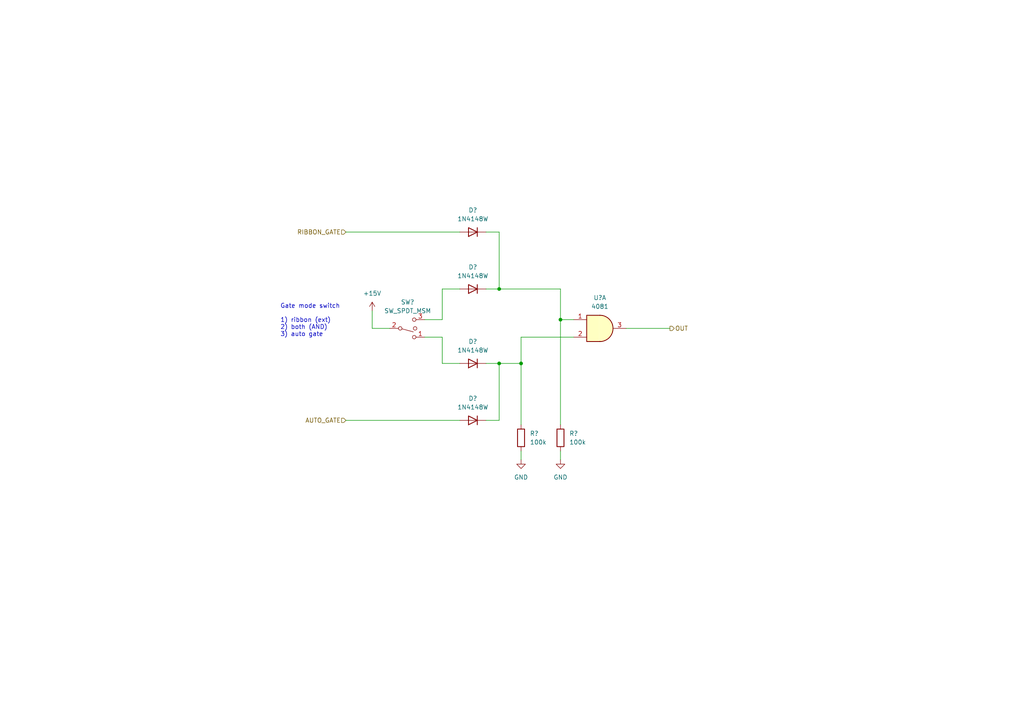
<source format=kicad_sch>
(kicad_sch (version 20211123) (generator eeschema)
  (paper "A4")
  (title_block (title "Josh Ox Ribbon Synth Ribbon board") (date "2022-06-16") (rev "0") (comment 1 "creativecommons.org/licences/by/4.0") (comment 2 "license: CC by 4.0") (comment 3 "Author: Jordan Aceto"))
  (lib_symbols
    (symbol "4xxx:4081" (pin_names (offset 1.016))
      (property "Reference" "U" (at 0 1.27 0))
      (property "Value" "4081" (at 0 -1.27 0))
      (symbol "4081_1_1"
        (arc (start 0 -3.81) (mid 3.81 0) (end 0 3.81) (stroke (width 0.254)) (fill (type background)))
        (polyline (pts (xy 0 3.81) (xy -3.81 3.81) (xy -3.81 -3.81) (xy 0 -3.81)) (stroke (width 0.254)) (fill (type background)))
        (pin input line (at -7.62 2.54 0) (length 3.81) (name "~") (number "1"))
        (pin input line (at -7.62 -2.54 0) (length 3.81) (name "~") (number "2"))
        (pin output line (at 7.62 0 180) (length 3.81) (name "~") (number "3"))
      )
      (symbol "4081_1_2"
        (arc (start -3.81 -3.81) (mid -2.589 0) (end -3.81 3.81) (stroke (width 0.254)))
        (arc (start -0.6096 -3.81) (mid 2.1842 -2.5851) (end 3.81 0) (stroke (width 0.254)) (fill (type background)))
        (polyline (pts (xy -3.81 -3.81) (xy -0.635 -3.81)) (stroke (width 0.254)) (fill (type background)))
        (polyline (pts (xy -3.81 3.81) (xy -0.635 3.81)) (stroke (width 0.254)) (fill (type background)))
        (polyline (pts (xy -0.635 3.81) (xy -3.81 3.81) (xy -3.81 3.81) (xy -3.556 3.4036) (xy -3.0226 2.2606) (xy -2.6924 1.0414) (xy -2.6162 -0.254) (xy -2.7686 -1.4986) (xy -3.175 -2.7178) (xy -3.81 -3.81) (xy -3.81 -3.81) (xy -0.635 -3.81)) (stroke (width -25.4)) (fill (type background)))
        (arc (start 3.81 0) (mid 2.1915 2.5936) (end -0.6096 3.81) (stroke (width 0.254)) (fill (type background)))
        (pin input inverted (at -7.62 2.54 0) (length 4.318) (name "~") (number "1"))
        (pin input inverted (at -7.62 -2.54 0) (length 4.318) (name "~") (number "2"))
        (pin output inverted (at 7.62 0 180) (length 3.81) (name "~") (number "3"))
      )
      (symbol "4081_2_1"
        (arc (start 0 -3.81) (mid 3.81 0) (end 0 3.81) (stroke (width 0.254)) (fill (type background)))
        (polyline (pts (xy 0 3.81) (xy -3.81 3.81) (xy -3.81 -3.81) (xy 0 -3.81)) (stroke (width 0.254)) (fill (type background)))
        (pin output line (at 7.62 0 180) (length 3.81) (name "~") (number "4"))
        (pin input line (at -7.62 2.54 0) (length 3.81) (name "~") (number "5"))
        (pin input line (at -7.62 -2.54 0) (length 3.81) (name "~") (number "6"))
      )
      (symbol "4081_2_2"
        (arc (start -3.81 -3.81) (mid -2.589 0) (end -3.81 3.81) (stroke (width 0.254)))
        (arc (start -0.6096 -3.81) (mid 2.1842 -2.5851) (end 3.81 0) (stroke (width 0.254)) (fill (type background)))
        (polyline (pts (xy -3.81 -3.81) (xy -0.635 -3.81)) (stroke (width 0.254)) (fill (type background)))
        (polyline (pts (xy -3.81 3.81) (xy -0.635 3.81)) (stroke (width 0.254)) (fill (type background)))
        (polyline (pts (xy -0.635 3.81) (xy -3.81 3.81) (xy -3.81 3.81) (xy -3.556 3.4036) (xy -3.0226 2.2606) (xy -2.6924 1.0414) (xy -2.6162 -0.254) (xy -2.7686 -1.4986) (xy -3.175 -2.7178) (xy -3.81 -3.81) (xy -3.81 -3.81) (xy -0.635 -3.81)) (stroke (width -25.4)) (fill (type background)))
        (arc (start 3.81 0) (mid 2.1915 2.5936) (end -0.6096 3.81) (stroke (width 0.254)) (fill (type background)))
        (pin output inverted (at 7.62 0 180) (length 3.81) (name "~") (number "4"))
        (pin input inverted (at -7.62 2.54 0) (length 4.318) (name "~") (number "5"))
        (pin input inverted (at -7.62 -2.54 0) (length 4.318) (name "~") (number "6"))
      )
      (symbol "4081_3_1"
        (arc (start 0 -3.81) (mid 3.81 0) (end 0 3.81) (stroke (width 0.254)) (fill (type background)))
        (polyline (pts (xy 0 3.81) (xy -3.81 3.81) (xy -3.81 -3.81) (xy 0 -3.81)) (stroke (width 0.254)) (fill (type background)))
        (pin output line (at 7.62 0 180) (length 3.81) (name "~") (number "10"))
        (pin input line (at -7.62 2.54 0) (length 3.81) (name "~") (number "8"))
        (pin input line (at -7.62 -2.54 0) (length 3.81) (name "~") (number "9"))
      )
      (symbol "4081_3_2"
        (arc (start -3.81 -3.81) (mid -2.589 0) (end -3.81 3.81) (stroke (width 0.254)))
        (arc (start -0.6096 -3.81) (mid 2.1842 -2.5851) (end 3.81 0) (stroke (width 0.254)) (fill (type background)))
        (polyline (pts (xy -3.81 -3.81) (xy -0.635 -3.81)) (stroke (width 0.254)) (fill (type background)))
        (polyline (pts (xy -3.81 3.81) (xy -0.635 3.81)) (stroke (width 0.254)) (fill (type background)))
        (polyline (pts (xy -0.635 3.81) (xy -3.81 3.81) (xy -3.81 3.81) (xy -3.556 3.4036) (xy -3.0226 2.2606) (xy -2.6924 1.0414) (xy -2.6162 -0.254) (xy -2.7686 -1.4986) (xy -3.175 -2.7178) (xy -3.81 -3.81) (xy -3.81 -3.81) (xy -0.635 -3.81)) (stroke (width -25.4)) (fill (type background)))
        (arc (start 3.81 0) (mid 2.1915 2.5936) (end -0.6096 3.81) (stroke (width 0.254)) (fill (type background)))
        (pin output inverted (at 7.62 0 180) (length 3.81) (name "~") (number "10"))
        (pin input inverted (at -7.62 2.54 0) (length 4.318) (name "~") (number "8"))
        (pin input inverted (at -7.62 -2.54 0) (length 4.318) (name "~") (number "9"))
      )
      (symbol "4081_4_1"
        (arc (start 0 -3.81) (mid 3.81 0) (end 0 3.81) (stroke (width 0.254)) (fill (type background)))
        (polyline (pts (xy 0 3.81) (xy -3.81 3.81) (xy -3.81 -3.81) (xy 0 -3.81)) (stroke (width 0.254)) (fill (type background)))
        (pin output line (at 7.62 0 180) (length 3.81) (name "~") (number "11"))
        (pin input line (at -7.62 2.54 0) (length 3.81) (name "~") (number "12"))
        (pin input line (at -7.62 -2.54 0) (length 3.81) (name "~") (number "13"))
      )
      (symbol "4081_4_2"
        (arc (start -3.81 -3.81) (mid -2.589 0) (end -3.81 3.81) (stroke (width 0.254)))
        (arc (start -0.6096 -3.81) (mid 2.1842 -2.5851) (end 3.81 0) (stroke (width 0.254)) (fill (type background)))
        (polyline (pts (xy -3.81 -3.81) (xy -0.635 -3.81)) (stroke (width 0.254)) (fill (type background)))
        (polyline (pts (xy -3.81 3.81) (xy -0.635 3.81)) (stroke (width 0.254)) (fill (type background)))
        (polyline (pts (xy -0.635 3.81) (xy -3.81 3.81) (xy -3.81 3.81) (xy -3.556 3.4036) (xy -3.0226 2.2606) (xy -2.6924 1.0414) (xy -2.6162 -0.254) (xy -2.7686 -1.4986) (xy -3.175 -2.7178) (xy -3.81 -3.81) (xy -3.81 -3.81) (xy -0.635 -3.81)) (stroke (width -25.4)) (fill (type background)))
        (arc (start 3.81 0) (mid 2.1915 2.5936) (end -0.6096 3.81) (stroke (width 0.254)) (fill (type background)))
        (pin output inverted (at 7.62 0 180) (length 3.81) (name "~") (number "11"))
        (pin input inverted (at -7.62 2.54 0) (length 4.318) (name "~") (number "12"))
        (pin input inverted (at -7.62 -2.54 0) (length 4.318) (name "~") (number "13"))
      )
      (symbol "4081_5_0"
        (pin power_in line (at 0 12.7 270) (length 5.08) (name "VDD") (number "14"))
        (pin power_in line (at 0 -12.7 90) (length 5.08) (name "VSS") (number "7"))
      )
      (symbol "4081_5_1"
        (rectangle (start -5.08 7.62) (end 5.08 -7.62) (stroke (width 0.254)) (fill (type background)))
      )
    )
    (symbol "Device:R" (pin_numbers hide) (pin_names (offset 0))
      (property "Reference" "R" (at 2.032 0 90))
      (property "Value" "R" (at 0 0 90))
      (symbol "R_0_1"
        (rectangle (start -1.016 -2.54) (end 1.016 2.54) (stroke (width 0.254)))
      )
      (symbol "R_1_1"
        (pin passive line (at 0 3.81 270) (length 1.27) (name "~") (number "1"))
        (pin passive line (at 0 -3.81 90) (length 1.27) (name "~") (number "2"))
      )
    )
    (symbol "Diode:1N4148W" (pin_numbers hide) (pin_names (offset 1.016) hide)
      (property "Reference" "D" (at 0 2.54 0))
      (property "Value" "1N4148W" (at 0 -2.54 0))
      (symbol "1N4148W_0_1"
        (polyline (pts (xy -1.27 1.27) (xy -1.27 -1.27)) (stroke (width 0.254)))
        (polyline (pts (xy 1.27 0) (xy -1.27 0)))
        (polyline (pts (xy 1.27 1.27) (xy 1.27 -1.27) (xy -1.27 0) (xy 1.27 1.27)) (stroke (width 0.254)))
      )
      (symbol "1N4148W_1_1"
        (pin passive line (at -3.81 0 0) (length 2.54) (name "K") (number "1"))
        (pin passive line (at 3.81 0 180) (length 2.54) (name "A") (number "2"))
      )
    )
    (symbol "Switch:SW_SPDT_MSM" (pin_names (offset 0) hide)
      (property "Reference" "SW" (at 0 5.08 0))
      (property "Value" "SW_SPDT_MSM" (at 0 -5.08 0))
      (symbol "SW_SPDT_MSM_0_0"
        (circle (center -2.032 0) (radius 0.508))
        (polyline (pts (xy -1.524 0.127) (xy 1.778 1.016)))
        (circle (center 2.032 -2.54) (radius 0.508))
      )
      (symbol "SW_SPDT_MSM_0_1"
        (circle (center 2.032 2.54) (radius 0.508))
        (circle (center 2.286 0) (radius 0.508))
      )
      (symbol "SW_SPDT_MSM_1_1"
        (pin passive line (at 5.08 2.54 180) (length 2.54) (name "1") (number "1"))
        (pin passive line (at -5.08 0 0) (length 2.54) (name "2") (number "2"))
        (pin passive line (at 5.08 -2.54 180) (length 2.54) (name "3") (number "3"))
      )
    )
    (symbol "power:+15V" (power) (pin_names (offset 0))
      (property "Value" "+15V" (at 0 3.556 0))
      (symbol "+15V_0_1"
        (polyline (pts (xy -0.762 1.27) (xy 0 2.54)))
        (polyline (pts (xy 0 0) (xy 0 2.54)))
        (polyline (pts (xy 0 2.54) (xy 0.762 1.27)))
      )
      (symbol "+15V_1_1"
        (pin power_in line (at 0 0 90) (length 0) hide (name "+15V") (number "1"))
      )
    )
    (symbol "power:GND" (power) (pin_names (offset 0))
      (property "Value" "GND" (at 0 -3.81 0))
      (symbol "GND_0_1"
        (polyline (pts (xy 0 0) (xy 0 -1.27) (xy 1.27 -1.27) (xy 0 -2.54) (xy -1.27 -1.27) (xy 0 -1.27)))
      )
      (symbol "GND_1_1"
        (pin power_in line (at 0 0 270) (length 0) hide (name "GND") (number "1"))
      )
    )
  )
  (junction (at 144.78 105.41))
  (junction (at 151.13 105.41))
  (junction (at 144.78 83.82))
  (junction (at 162.56 92.71))
  (wire (pts (xy 128.27 97.79) (xy 123.19 97.79)))
  (wire (pts (xy 100.33 121.92) (xy 133.35 121.92)))
  (wire (pts (xy 144.78 83.82) (xy 162.56 83.82)))
  (wire (pts (xy 144.78 105.41) (xy 151.13 105.41)))
  (wire (pts (xy 151.13 130.81) (xy 151.13 133.35)))
  (wire (pts (xy 140.97 83.82) (xy 144.78 83.82)))
  (wire (pts (xy 107.95 95.25) (xy 113.03 95.25)))
  (wire (pts (xy 162.56 92.71) (xy 166.37 92.71)))
  (wire (pts (xy 151.13 105.41) (xy 151.13 97.79)))
  (wire (pts (xy 144.78 105.41) (xy 140.97 105.41)))
  (wire (pts (xy 133.35 105.41) (xy 128.27 105.41)))
  (wire (pts (xy 144.78 83.82) (xy 144.78 67.31)))
  (wire (pts (xy 128.27 105.41) (xy 128.27 97.79)))
  (wire (pts (xy 133.35 83.82) (xy 128.27 83.82)))
  (wire (pts (xy 100.33 67.31) (xy 133.35 67.31)))
  (wire (pts (xy 140.97 121.92) (xy 144.78 121.92)))
  (wire (pts (xy 162.56 123.19) (xy 162.56 92.71)))
  (wire (pts (xy 162.56 83.82) (xy 162.56 92.71)))
  (wire (pts (xy 151.13 123.19) (xy 151.13 105.41)))
  (wire (pts (xy 151.13 97.79) (xy 166.37 97.79)))
  (wire (pts (xy 162.56 130.81) (xy 162.56 133.35)))
  (wire (pts (xy 128.27 92.71) (xy 123.19 92.71)))
  (wire (pts (xy 144.78 67.31) (xy 140.97 67.31)))
  (wire (pts (xy 128.27 83.82) (xy 128.27 92.71)))
  (wire (pts (xy 181.61 95.25) (xy 194.31 95.25)))
  (wire (pts (xy 107.95 90.17) (xy 107.95 95.25)))
  (wire (pts (xy 144.78 121.92) (xy 144.78 105.41)))
  (text "Gate mode switch\n\n1) ribbon (ext)\n2) both (AND)\n3) auto gate" (at 81.28 97.79 0) (effects (font (size 1.27 1.27)) (justify left bottom)))
  (hierarchical_label "AUTO_GATE" (shape input) (at 100.33 121.92 180))
  (hierarchical_label "OUT" (shape output) (at 194.31 95.25 0))
  (hierarchical_label "RIBBON_GATE" (shape input) (at 100.33 67.31 180))
  (symbol (lib_id "power:GND") (at 162.56 133.35 0) (unit 1)
    (property "Reference" "#PWR?" (effects hide))
    (property "Value" "GND" (at 162.56 138.43 0))
  )
  (symbol (lib_id "Diode:1N4148W") (at 137.16 67.31 180) (unit 1)
    (property "Reference" "D?" (at 137.16 60.96 0))
    (property "Value" "1N4148W" (at 137.16 63.5 0))
    (property "Footprint" "Diode_SMD:D_SOD-123" (effects hide))
    (property "Datasheet" "https://www.vishay.com/docs/85748/1n4148w.pdf" (effects hide))
  )
  (symbol (lib_id "Switch:SW_SPDT_MSM") (at 118.11 95.25 0) (mirror x) (unit 1)
    (property "Reference" "SW?" (at 118.237 87.63 0))
    (property "Value" "SW_SPDT_MSM" (at 118.237 90.17 0))
  )
  (symbol (lib_id "4xxx:4081") (at 173.99 95.25 0) (unit 1)
    (property "Reference" "U?" (at 173.99 86.36 0))
    (property "Value" "4081" (at 173.99 88.9 0))
    (property "Datasheet" "http://www.intersil.com/content/dam/Intersil/documents/cd40/cd4073bms-81bms-82bms.pdf" (effects hide))
  )
  (symbol (lib_id "Device:R") (at 151.13 127 0) (unit 1)
    (property "Reference" "R?" (at 153.67 125.7299 0) (effects (justify left)))
    (property "Value" "100k" (at 153.67 128.2699 0) (effects (justify left)))
  )
  (symbol (lib_id "power:GND") (at 151.13 133.35 0) (unit 1)
    (property "Reference" "#PWR?" (effects hide))
    (property "Value" "GND" (at 151.13 138.43 0))
  )
  (symbol (lib_id "power:+15V") (at 107.95 90.17 0) (unit 1)
    (property "Reference" "#PWR?" (effects hide))
    (property "Value" "+15V" (at 107.95 85.09 0))
  )
  (symbol (lib_id "Device:R") (at 162.56 127 0) (unit 1)
    (property "Reference" "R?" (at 165.1 125.7299 0) (effects (justify left)))
    (property "Value" "100k" (at 165.1 128.2699 0) (effects (justify left)))
  )
  (symbol (lib_id "Diode:1N4148W") (at 137.16 105.41 180) (unit 1)
    (property "Reference" "D?" (at 137.16 99.06 0))
    (property "Value" "1N4148W" (at 137.16 101.6 0))
    (property "Footprint" "Diode_SMD:D_SOD-123" (effects hide))
    (property "Datasheet" "https://www.vishay.com/docs/85748/1n4148w.pdf" (effects hide))
  )
  (symbol (lib_id "Diode:1N4148W") (at 137.16 121.92 180) (unit 1)
    (property "Reference" "D?" (at 137.16 115.57 0))
    (property "Value" "1N4148W" (at 137.16 118.11 0))
    (property "Footprint" "Diode_SMD:D_SOD-123" (effects hide))
    (property "Datasheet" "https://www.vishay.com/docs/85748/1n4148w.pdf" (effects hide))
  )
  (symbol (lib_id "Diode:1N4148W") (at 137.16 83.82 180) (unit 1)
    (property "Reference" "D?" (at 137.16 77.47 0))
    (property "Value" "1N4148W" (at 137.16 80.01 0))
    (property "Footprint" "Diode_SMD:D_SOD-123" (effects hide))
    (property "Datasheet" "https://www.vishay.com/docs/85748/1n4148w.pdf" (effects hide))
  )
)
</source>
